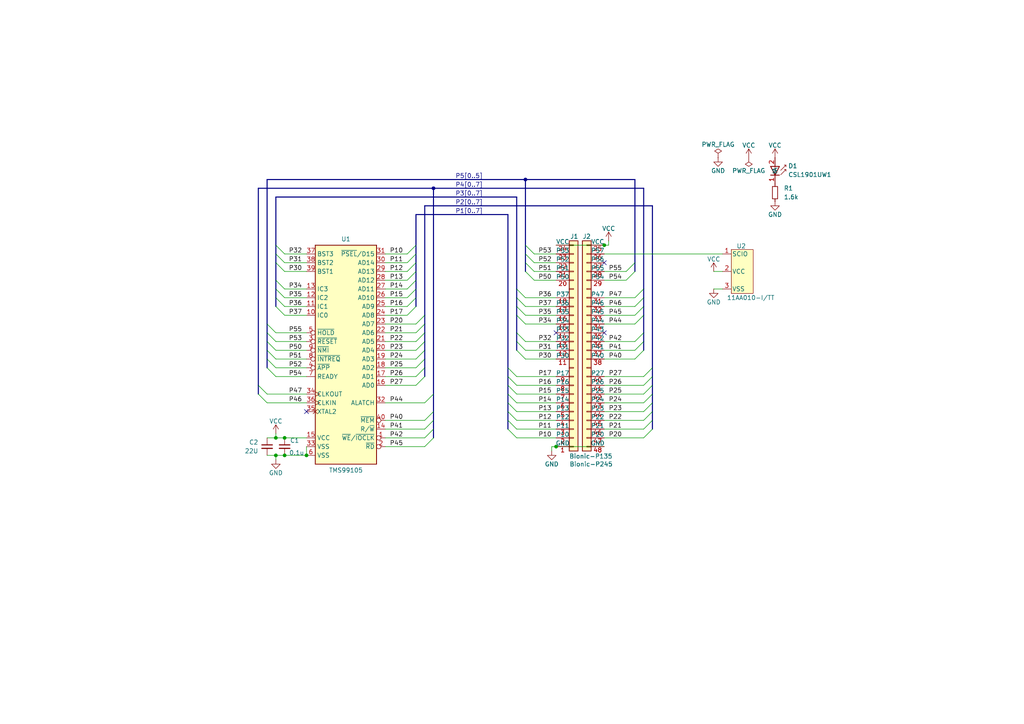
<source format=kicad_sch>
(kicad_sch (version 20231120) (generator "eeschema") (generator_version "8.0")
  (paper "A4")
  (title_block (title "BionicTMS99105") (date "2025-03-02") (rev "3") (company "Tadashi G. Takaoka"))
  (lib_symbols
    (symbol "Device:C_Small" (pin_numbers hide) (pin_names (offset 0.254) hide)
      (property "Reference" "C" (at 0.254 1.778 0))
      (property "Value" "C_Small" (at 0.254 -2.032 0))
      (symbol "C_Small_0_1"
        (polyline (pts (xy -1.524 -0.508) (xy 1.524 -0.508)) (stroke (width 0.3302)))
        (polyline (pts (xy -1.524 0.508) (xy 1.524 0.508)) (stroke (width 0.3048)))
      )
      (symbol "C_Small_1_1"
        (pin passive line (at 0 2.54 270) (length 2.032) (name "~") (number "1"))
        (pin passive line (at 0 -2.54 90) (length 2.032) (name "~") (number "2"))
      )
    )
    (symbol "Device:R_Small" (pin_numbers hide) (pin_names (offset 0.254) hide)
      (property "Reference" "R" (at 0.762 0.508 0))
      (property "Value" "R_Small" (at 0.762 -1.016 0))
      (symbol "R_Small_0_1"
        (rectangle (start -0.762 1.778) (end 0.762 -1.778) (stroke (width 0.2032)))
      )
      (symbol "R_Small_1_1"
        (pin passive line (at 0 2.54 270) (length 0.762) (name "~") (number "1"))
        (pin passive line (at 0 -2.54 90) (length 0.762) (name "~") (number "2"))
      )
    )
    (symbol "bionic:Bionic-P135" (pin_names (offset 0))
      (property "Reference" "J" (at 0 30.48 0))
      (property "Value" "Bionic-P135" (at -1.27 -33.02 0))
      (symbol "Bionic-P135_1_1"
        (rectangle (start 0 -30.353) (end -1.27 -30.607) (stroke (width 0.1524)))
        (rectangle (start 0 -27.813) (end -1.27 -28.067) (stroke (width 0.1524)))
        (rectangle (start 0 -25.273) (end -1.27 -25.527) (stroke (width 0.1524)))
        (rectangle (start 0 -22.733) (end -1.27 -22.987) (stroke (width 0.1524)))
        (rectangle (start 0 -20.193) (end -1.27 -20.447) (stroke (width 0.1524)))
        (rectangle (start 0 -17.653) (end -1.27 -17.907) (stroke (width 0.1524)))
        (rectangle (start 0 -15.113) (end -1.27 -15.367) (stroke (width 0.1524)))
        (rectangle (start 0 -12.573) (end -1.27 -12.827) (stroke (width 0.1524)))
        (rectangle (start 0 -10.033) (end -1.27 -10.287) (stroke (width 0.1524)))
        (rectangle (start 0 -7.493) (end -1.27 -7.747) (stroke (width 0.1524)))
        (rectangle (start 0 -4.953) (end -1.27 -5.207) (stroke (width 0.1524)))
        (rectangle (start 0 -2.413) (end -1.27 -2.667) (stroke (width 0.1524)))
        (rectangle (start 0 0.127) (end -1.27 -0.127) (stroke (width 0.1524)))
        (rectangle (start 0 2.667) (end -1.27 2.413) (stroke (width 0.1524)))
        (rectangle (start 0 5.207) (end -1.27 4.953) (stroke (width 0.1524)))
        (rectangle (start 0 7.747) (end -1.27 7.493) (stroke (width 0.1524)))
        (rectangle (start 0 10.287) (end -1.27 10.033) (stroke (width 0.1524)))
        (rectangle (start 0 12.827) (end -1.27 12.573) (stroke (width 0.1524)))
        (rectangle (start 0 15.367) (end -1.27 15.113) (stroke (width 0.1524)))
        (rectangle (start 0 17.907) (end -1.27 17.653) (stroke (width 0.1524)))
        (rectangle (start 0 20.447) (end -1.27 20.193) (stroke (width 0.1524)))
        (rectangle (start 0 22.987) (end -1.27 22.733) (stroke (width 0.1524)))
        (rectangle (start 0 25.527) (end -1.27 25.273) (stroke (width 0.1524)))
        (rectangle (start 0 28.067) (end -1.27 27.813) (stroke (width 0.1524)))
        (rectangle (start 1.27 29.21) (end -1.27 -31.75) (stroke (width 0.254)) (fill (type background)))
        (pin power_in line (at -5.08 -30.48 0) (length 3.81) (name "GND") (number "1"))
        (pin bidirectional line (at -5.08 -5.08 0) (length 3.81) (name "P30") (number "11"))
        (pin bidirectional line (at -5.08 -2.54 0) (length 3.81) (name "P31") (number "12"))
        (pin bidirectional line (at -5.08 0 0) (length 3.81) (name "P32") (number "13"))
        (pin bidirectional line (at -5.08 2.54 0) (length 3.81) (name "P33") (number "14"))
        (pin bidirectional line (at -5.08 5.08 0) (length 3.81) (name "P34") (number "15"))
        (pin bidirectional line (at -5.08 7.62 0) (length 3.81) (name "P35") (number "16"))
        (pin bidirectional line (at -5.08 10.16 0) (length 3.81) (name "P36") (number "17"))
        (pin bidirectional line (at -5.08 12.7 0) (length 3.81) (name "P37") (number "18"))
        (pin bidirectional line (at -5.08 -27.94 0) (length 3.81) (name "P10") (number "2"))
        (pin bidirectional line (at -5.08 17.78 0) (length 3.81) (name "P50") (number "20"))
        (pin bidirectional line (at -5.08 20.32 0) (length 3.81) (name "P51") (number "21"))
        (pin bidirectional line (at -5.08 22.86 0) (length 3.81) (name "P52") (number "22"))
        (pin bidirectional line (at -5.08 25.4 0) (length 3.81) (name "P53") (number "23"))
        (pin power_in line (at -5.08 27.94 0) (length 3.81) (name "VCC") (number "24"))
        (pin bidirectional line (at -5.08 -25.4 0) (length 3.81) (name "P11") (number "3"))
        (pin bidirectional line (at -5.08 -22.86 0) (length 3.81) (name "P12") (number "4"))
        (pin bidirectional line (at -5.08 -20.32 0) (length 3.81) (name "P13") (number "5"))
        (pin bidirectional line (at -5.08 -17.78 0) (length 3.81) (name "P14") (number "6"))
        (pin bidirectional line (at -5.08 -15.24 0) (length 3.81) (name "P15") (number "7"))
        (pin bidirectional line (at -5.08 -12.7 0) (length 3.81) (name "P16") (number "8"))
        (pin bidirectional line (at -5.08 -10.16 0) (length 3.81) (name "P17") (number "9"))
      )
    )
    (symbol "bionic:Bionic-P245" (pin_names (offset 0))
      (property "Reference" "J" (at -3.81 30.48 0))
      (property "Value" "Bionic-P245" (at -1.27 -33.02 0))
      (symbol "Bionic-P245_1_1"
        (rectangle (start -2.54 -30.607) (end -3.81 -30.353) (stroke (width 0.1524)))
        (rectangle (start -2.54 -28.067) (end -3.81 -27.813) (stroke (width 0.1524)))
        (rectangle (start -2.54 -25.527) (end -3.81 -25.273) (stroke (width 0.1524)))
        (rectangle (start -2.54 -22.987) (end -3.81 -22.733) (stroke (width 0.1524)))
        (rectangle (start -2.54 -20.447) (end -3.81 -20.193) (stroke (width 0.1524)))
        (rectangle (start -2.54 -17.907) (end -3.81 -17.653) (stroke (width 0.1524)))
        (rectangle (start -2.54 -15.367) (end -3.81 -15.113) (stroke (width 0.1524)))
        (rectangle (start -2.54 -12.827) (end -3.81 -12.573) (stroke (width 0.1524)))
        (rectangle (start -2.54 -10.287) (end -3.81 -10.033) (stroke (width 0.1524)))
        (rectangle (start -2.54 -7.747) (end -3.81 -7.493) (stroke (width 0.1524)))
        (rectangle (start -2.54 -5.207) (end -3.81 -4.953) (stroke (width 0.1524)))
        (rectangle (start -2.54 -2.667) (end -3.81 -2.413) (stroke (width 0.1524)))
        (rectangle (start -2.54 -0.127) (end -3.81 0.127) (stroke (width 0.1524)))
        (rectangle (start -2.54 2.413) (end -3.81 2.667) (stroke (width 0.1524)))
        (rectangle (start -2.54 4.953) (end -3.81 5.207) (stroke (width 0.1524)))
        (rectangle (start -2.54 7.493) (end -3.81 7.747) (stroke (width 0.1524)))
        (rectangle (start -2.54 10.033) (end -3.81 10.287) (stroke (width 0.1524)))
        (rectangle (start -2.54 12.573) (end -3.81 12.827) (stroke (width 0.1524)))
        (rectangle (start -2.54 15.113) (end -3.81 15.367) (stroke (width 0.1524)))
        (rectangle (start -2.54 17.653) (end -3.81 17.907) (stroke (width 0.1524)))
        (rectangle (start -2.54 20.193) (end -3.81 20.447) (stroke (width 0.1524)))
        (rectangle (start -2.54 22.733) (end -3.81 22.987) (stroke (width 0.1524)))
        (rectangle (start -2.54 25.273) (end -3.81 25.527) (stroke (width 0.1524)))
        (rectangle (start -2.54 27.813) (end -3.81 28.067) (stroke (width 0.1524)))
        (rectangle (start -2.54 29.21) (end -5.08 -31.75) (stroke (width 0.254)) (fill (type background)))
        (pin power_in line (at 1.27 27.94 180) (length 3.81) (name "VCC") (number "25"))
        (pin bidirectional line (at 1.27 25.4 180) (length 3.81) (name "P57") (number "26"))
        (pin bidirectional line (at 1.27 22.86 180) (length 3.81) (name "P56") (number "27"))
        (pin bidirectional line (at 1.27 20.32 180) (length 3.81) (name "P55") (number "28"))
        (pin bidirectional line (at 1.27 17.78 180) (length 3.81) (name "P54") (number "29"))
        (pin bidirectional line (at 1.27 12.7 180) (length 3.81) (name "P47") (number "31"))
        (pin bidirectional line (at 1.27 10.16 180) (length 3.81) (name "P46") (number "32"))
        (pin bidirectional line (at 1.27 7.62 180) (length 3.81) (name "P45") (number "33"))
        (pin bidirectional line (at 1.27 5.08 180) (length 3.81) (name "P44") (number "34"))
        (pin bidirectional line (at 1.27 2.54 180) (length 3.81) (name "P43") (number "35"))
        (pin bidirectional line (at 1.27 0 180) (length 3.81) (name "P42") (number "36"))
        (pin bidirectional line (at 1.27 -2.54 180) (length 3.81) (name "P41") (number "37"))
        (pin bidirectional line (at 1.27 -5.08 180) (length 3.81) (name "P40") (number "38"))
        (pin bidirectional line (at 1.27 -10.16 180) (length 3.81) (name "P27") (number "40"))
        (pin bidirectional line (at 1.27 -12.7 180) (length 3.81) (name "P26") (number "41"))
        (pin bidirectional line (at 1.27 -15.24 180) (length 3.81) (name "P25") (number "42"))
        (pin bidirectional line (at 1.27 -17.78 180) (length 3.81) (name "P24") (number "43"))
        (pin bidirectional line (at 1.27 -20.32 180) (length 3.81) (name "P23") (number "44"))
        (pin bidirectional line (at 1.27 -22.86 180) (length 3.81) (name "P22") (number "45"))
        (pin bidirectional line (at 1.27 -25.4 180) (length 3.81) (name "P21") (number "46"))
        (pin bidirectional line (at 1.27 -27.94 180) (length 3.81) (name "P20") (number "47"))
        (pin power_in line (at 1.27 -30.48 180) (length 3.81) (name "GND") (number "48"))
      )
    )
    (symbol "cpu:TMS99105"
      (property "Reference" "U" (at -1.27 31.75 0))
      (property "Value" "TMS99105" (at 0 -33.782 0))
      (symbol "TMS99105_0_1"
        (rectangle (start -8.89 -33.02) (end 8.89 30.48) (stroke (width 0.254)) (fill (type background)))
      )
      (symbol "TMS99105_1_1"
        (pin output inverted (at 11.43 -25.4 180) (length 2.54) (name "~{WE}/~{IOCLK}") (number "1"))
        (pin input line (at -11.43 10.16 0) (length 2.54) (name "IC0") (number "10"))
        (pin input line (at -11.43 12.7 0) (length 2.54) (name "IC1") (number "11"))
        (pin input line (at -11.43 15.24 0) (length 2.54) (name "IC2") (number "12"))
        (pin input line (at -11.43 17.78 0) (length 2.54) (name "IC3") (number "13"))
        (pin output line (at 11.43 -22.86 180) (length 2.54) (name "R/~{W}") (number "14"))
        (pin power_in line (at -11.43 -25.4 0) (length 2.54) (name "VCC") (number "15"))
        (pin bidirectional line (at 11.43 -10.16 180) (length 2.54) (name "AD0") (number "16"))
        (pin bidirectional line (at 11.43 -7.62 180) (length 2.54) (name "AD1") (number "17"))
        (pin bidirectional line (at 11.43 -5.08 180) (length 2.54) (name "AD2") (number "18"))
        (pin bidirectional line (at 11.43 -2.54 180) (length 2.54) (name "AD3") (number "19"))
        (pin output inverted (at 11.43 -27.94 180) (length 2.54) (name "~{RD}") (number "2"))
        (pin bidirectional line (at 11.43 0 180) (length 2.54) (name "AD4") (number "20"))
        (pin bidirectional line (at 11.43 2.54 180) (length 2.54) (name "AD5") (number "21"))
        (pin bidirectional line (at 11.43 5.08 180) (length 2.54) (name "AD6") (number "22"))
        (pin bidirectional line (at 11.43 7.62 180) (length 2.54) (name "AD7") (number "23"))
        (pin bidirectional line (at 11.43 10.16 180) (length 2.54) (name "AD8") (number "24"))
        (pin bidirectional line (at 11.43 12.7 180) (length 2.54) (name "AD9") (number "25"))
        (pin bidirectional line (at 11.43 15.24 180) (length 2.54) (name "AD10") (number "26"))
        (pin bidirectional line (at 11.43 17.78 180) (length 2.54) (name "AD11") (number "27"))
        (pin bidirectional line (at 11.43 20.32 180) (length 2.54) (name "AD12") (number "28"))
        (pin bidirectional line (at 11.43 22.86 180) (length 2.54) (name "AD13") (number "29"))
        (pin input inverted (at -11.43 2.54 0) (length 2.54) (name "~{RESET}") (number "3"))
        (pin bidirectional line (at 11.43 25.4 180) (length 2.54) (name "AD14") (number "30"))
        (pin bidirectional line (at 11.43 27.94 180) (length 2.54) (name "~{PSEL}/D15") (number "31"))
        (pin output line (at 11.43 -15.24 180) (length 2.54) (name "ALATCH") (number "32"))
        (pin power_in line (at -11.43 -27.94 0) (length 2.54) (name "VSS") (number "33"))
        (pin output clock (at -11.43 -12.7 0) (length 2.54) (name "CLKOUT") (number "34"))
        (pin passive non_logic (at -11.43 -17.78 0) (length 2.54) (name "XTAL2") (number "35"))
        (pin input clock (at -11.43 -15.24 0) (length 2.54) (name "CLKIN") (number "36"))
        (pin output line (at -11.43 27.94 0) (length 2.54) (name "BST3") (number "37"))
        (pin output line (at -11.43 25.4 0) (length 2.54) (name "BST2") (number "38"))
        (pin output line (at -11.43 22.86 0) (length 2.54) (name "BST1") (number "39"))
        (pin input inverted (at -11.43 -5.08 0) (length 2.54) (name "~{APP}") (number "4"))
        (pin output inverted (at 11.43 -20.32 180) (length 2.54) (name "~{MEM}") (number "40"))
        (pin input inverted (at -11.43 5.08 0) (length 2.54) (name "~{HOLD}") (number "5"))
        (pin power_in line (at -11.43 -30.48 0) (length 2.54) (name "VSS") (number "6"))
        (pin input line (at -11.43 -7.62 0) (length 2.54) (name "READY") (number "7"))
        (pin input inverted (at -11.43 -2.54 0) (length 2.54) (name "~{INTREQ}") (number "8"))
        (pin input inverted (at -11.43 0 0) (length 2.54) (name "~{NMI}") (number "9"))
      )
    )
    (symbol "microchip:11AA010-I_TT" (pin_names (offset 0.254))
      (property "Reference" "U" (at 2.54 1.27 0))
      (property "Value" "11AA010-I/TT" (at 3.81 -13.97 0))
      (symbol "11AA010-I_TT_1_1"
        (rectangle (start 0 0) (end 6.35 -12.7) (fill (type background)))
        (pin bidirectional line (at -2.54 -1.27 0) (length 2.54) (name "SCIO") (number "1"))
        (pin power_in line (at -2.54 -6.35 0) (length 2.54) (name "VCC") (number "2"))
        (pin power_in line (at -2.54 -11.43 0) (length 2.54) (name "VSS") (number "3"))
      )
    )
    (symbol "power:GND" (power) (pin_numbers hide) (pin_names (offset 0) hide)
      (property "Value" "GND" (at 0 -3.81 0))
      (symbol "GND_0_1"
        (polyline (pts (xy 0 0) (xy 0 -1.27) (xy 1.27 -1.27) (xy 0 -2.54) (xy -1.27 -1.27) (xy 0 -1.27)))
      )
      (symbol "GND_1_1"
        (pin power_in line (at 0 0 270) (length 0) (name "~") (number "1"))
      )
    )
    (symbol "power:PWR_FLAG" (power) (pin_numbers hide) (pin_names (offset 0) hide)
      (property "Value" "PWR_FLAG" (at 0 3.81 0))
      (symbol "PWR_FLAG_0_0"
        (pin power_out line (at 0 0 90) (length 0) (name "~") (number "1"))
      )
      (symbol "PWR_FLAG_0_1"
        (polyline (pts (xy 0 0) (xy 0 1.27) (xy -1.016 1.905) (xy 0 2.54) (xy 1.016 1.905) (xy 0 1.27)))
      )
    )
    (symbol "power:VCC" (power) (pin_numbers hide) (pin_names (offset 0) hide)
      (property "Value" "VCC" (at 0 3.556 0))
      (symbol "VCC_0_1"
        (polyline (pts (xy -0.762 1.27) (xy 0 2.54)))
        (polyline (pts (xy 0 0) (xy 0 2.54)))
        (polyline (pts (xy 0 2.54) (xy 0.762 1.27)))
      )
      (symbol "VCC_1_1"
        (pin power_in line (at 0 0 90) (length 0) (name "~") (number "1"))
      )
    )
    (symbol "rhom:CSL1901UW1" (pin_names (offset 0.254))
      (property "Reference" "D" (at 3.81 -2.54 0))
      (property "Value" "CSL1901UW1" (at 3.81 -5.08 0))
      (symbol "CSL1901UW1_0_1"
        (polyline (pts (xy 2.159 3.175) (xy 2.667 3.175)))
        (polyline (pts (xy 2.54 0) (xy 5.08 0)))
        (polyline (pts (xy 5.08 1.27) (xy 5.08 -1.27)) (stroke (width 0.254)))
        (polyline (pts (xy 3.683 1.651) (xy 2.159 3.175) (xy 2.159 2.667)))
        (polyline (pts (xy 2.54 -1.27) (xy 5.08 0) (xy 2.54 1.27) (xy 2.54 -1.27)) (stroke (width 0.254)))
        (polyline (pts (xy 4.953 1.651) (xy 3.429 3.175) (xy 3.429 2.667) (xy 3.429 3.175) (xy 3.937 3.175)))
      )
      (symbol "CSL1901UW1_1_1"
        (pin passive line (at 7.62 0 180) (length 2.54) (name "K") (number "1"))
        (pin passive line (at 0 0 0) (length 2.54) (name "A") (number "2"))
      )
      (symbol "CSL1901UW1_1_2"
        (polyline (pts (xy -5.08 7.62) (xy -4.445 8.255)) (stroke (width 0.2032)))
        (polyline (pts (xy -5.08 8.255) (xy -5.08 7.62)) (stroke (width 0.2032)))
        (polyline (pts (xy -4.445 6.35) (xy -3.81 6.985)) (stroke (width 0.2032)))
        (polyline (pts (xy -4.445 8.255) (xy -5.08 8.255)) (stroke (width 0.2032)))
        (polyline (pts (xy -4.445 9.525) (xy -3.81 10.16)) (stroke (width 0.2032)))
        (polyline (pts (xy -4.445 10.16) (xy -4.445 9.525)) (stroke (width 0.2032)))
        (polyline (pts (xy -3.81 6.985) (xy -5.08 8.255)) (stroke (width 0.2032)))
        (polyline (pts (xy -3.81 8.255) (xy -3.175 8.89)) (stroke (width 0.2032)))
        (polyline (pts (xy -3.81 10.16) (xy -4.445 10.16)) (stroke (width 0.2032)))
        (polyline (pts (xy -3.175 5.08) (xy -4.445 6.35)) (stroke (width 0.2032)))
        (polyline (pts (xy -3.175 8.89) (xy -4.445 10.16)) (stroke (width 0.2032)))
        (polyline (pts (xy -2.54 6.985) (xy -3.81 8.255)) (stroke (width 0.2032)))
        (polyline (pts (xy -1.905 3.81) (xy 1.905 3.81)) (stroke (width 0.2032)))
        (polyline (pts (xy 0 2.54) (xy 0 3.4798)) (stroke (width 0.2032)))
        (polyline (pts (xy 0 3.175) (xy 0 3.81)) (stroke (width 0.2032)))
        (polyline (pts (xy 0 6.35) (xy -1.905 3.81)) (stroke (width 0.2032)))
        (polyline (pts (xy 0 6.35) (xy 0 7.62)) (stroke (width 0.2032)))
        (polyline (pts (xy 1.905 3.81) (xy 0 6.35)) (stroke (width 0.2032)))
        (polyline (pts (xy 1.905 6.35) (xy -1.905 6.35)) (stroke (width 0.2032)))
        (pin unspecified line (at 0 10.16 270) (length 2.54) (name "") (number "1"))
        (pin unspecified line (at 0 0 90) (length 2.54) (name "") (number "2"))
      )
    )
  )
  (junction (at 80.01 132.08))
  (junction (at 82.55 127))
  (junction (at 80.01 127))
  (junction (at 82.55 132.08))
  (junction (at 88.9 132.08))
  (junction (at 175.26 71.12))
  (junction (at 161.29 129.54))
  (junction (at 152.4 52.07))
  (junction (at 125.73 54.61))
  (no_connect (at 175.26 96.52))
  (no_connect (at 175.26 76.2))
  (no_connect (at 88.9 119.38))
  (no_connect (at 161.29 96.52))
  (bus_entry (at 147.32 119.38) (size 2.54 2.54))
  (bus_entry (at 80.01 71.12) (size 2.54 2.54))
  (bus_entry (at 77.47 96.52) (size 2.54 2.54))
  (bus_entry (at 147.32 116.84) (size 2.54 2.54))
  (bus_entry (at 123.19 96.52) (size -2.54 2.54))
  (bus_entry (at 80.01 81.28) (size 2.54 2.54))
  (bus_entry (at 186.69 96.52) (size -2.54 2.54))
  (bus_entry (at 152.4 76.2) (size 2.54 2.54))
  (bus_entry (at 125.73 124.46) (size -2.54 2.54))
  (bus_entry (at 189.23 109.22) (size -2.54 2.54))
  (bus_entry (at 77.47 101.6) (size 2.54 2.54))
  (bus_entry (at 152.4 73.66) (size 2.54 2.54))
  (bus_entry (at 189.23 106.68) (size -2.54 2.54))
  (bus_entry (at 123.19 104.14) (size -2.54 2.54))
  (bus_entry (at 125.73 121.92) (size -2.54 2.54))
  (bus_entry (at 189.23 114.3) (size -2.54 2.54))
  (bus_entry (at 147.32 124.46) (size 2.54 2.54))
  (bus_entry (at 149.86 83.82) (size 2.54 2.54))
  (bus_entry (at 80.01 76.2) (size 2.54 2.54))
  (bus_entry (at 74.93 111.76) (size 2.54 2.54))
  (bus_entry (at 120.65 73.66) (size -2.54 2.54))
  (bus_entry (at 123.19 99.06) (size -2.54 2.54))
  (bus_entry (at 186.69 86.36) (size -2.54 2.54))
  (bus_entry (at 123.19 109.22) (size -2.54 2.54))
  (bus_entry (at 186.69 88.9) (size -2.54 2.54))
  (bus_entry (at 77.47 106.68) (size 2.54 2.54))
  (bus_entry (at 189.23 124.46) (size -2.54 2.54))
  (bus_entry (at 184.15 78.74) (size -2.54 2.54))
  (bus_entry (at 189.23 116.84) (size -2.54 2.54))
  (bus_entry (at 147.32 121.92) (size 2.54 2.54))
  (bus_entry (at 147.32 109.22) (size 2.54 2.54))
  (bus_entry (at 147.32 114.3) (size 2.54 2.54))
  (bus_entry (at 189.23 111.76) (size -2.54 2.54))
  (bus_entry (at 123.19 93.98) (size -2.54 2.54))
  (bus_entry (at 152.4 71.12) (size 2.54 2.54))
  (bus_entry (at 120.65 78.74) (size -2.54 2.54))
  (bus_entry (at 147.32 106.68) (size 2.54 2.54))
  (bus_entry (at 123.19 106.68) (size -2.54 2.54))
  (bus_entry (at 189.23 121.92) (size -2.54 2.54))
  (bus_entry (at 80.01 86.36) (size 2.54 2.54))
  (bus_entry (at 120.65 76.2) (size -2.54 2.54))
  (bus_entry (at 125.73 127) (size -2.54 2.54))
  (bus_entry (at 77.47 99.06) (size 2.54 2.54))
  (bus_entry (at 120.65 86.36) (size -2.54 2.54))
  (bus_entry (at 123.19 91.44) (size -2.54 2.54))
  (bus_entry (at 125.73 114.3) (size -2.54 2.54))
  (bus_entry (at 80.01 83.82) (size 2.54 2.54))
  (bus_entry (at 120.65 81.28) (size -2.54 2.54))
  (bus_entry (at 125.73 119.38) (size -2.54 2.54))
  (bus_entry (at 152.4 78.74) (size 2.54 2.54))
  (bus_entry (at 120.65 83.82) (size -2.54 2.54))
  (bus_entry (at 186.69 91.44) (size -2.54 2.54))
  (bus_entry (at 186.69 83.82) (size -2.54 2.54))
  (bus_entry (at 120.65 71.12) (size -2.54 2.54))
  (bus_entry (at 149.86 101.6) (size 2.54 2.54))
  (bus_entry (at 77.47 93.98) (size 2.54 2.54))
  (bus_entry (at 147.32 111.76) (size 2.54 2.54))
  (bus_entry (at 120.65 88.9) (size -2.54 2.54))
  (bus_entry (at 149.86 88.9) (size 2.54 2.54))
  (bus_entry (at 77.47 104.14) (size 2.54 2.54))
  (bus_entry (at 123.19 101.6) (size -2.54 2.54))
  (bus_entry (at 80.01 73.66) (size 2.54 2.54))
  (bus_entry (at 149.86 86.36) (size 2.54 2.54))
  (bus_entry (at 186.69 101.6) (size -2.54 2.54))
  (bus_entry (at 149.86 96.52) (size 2.54 2.54))
  (bus_entry (at 149.86 99.06) (size 2.54 2.54))
  (bus_entry (at 80.01 88.9) (size 2.54 2.54))
  (bus_entry (at 74.93 114.3) (size 2.54 2.54))
  (bus_entry (at 186.69 99.06) (size -2.54 2.54))
  (bus_entry (at 184.15 76.2) (size -2.54 2.54))
  (bus_entry (at 149.86 91.44) (size 2.54 2.54))
  (bus_entry (at 189.23 119.38) (size -2.54 2.54))
  (bus (pts (xy 147.32 109.22) (xy 147.32 106.68)))
  (wire (pts (xy 149.86 114.3) (xy 161.29 114.3)))
  (wire (pts (xy 175.26 104.14) (xy 184.15 104.14)))
  (wire (pts (xy 111.76 104.14) (xy 120.65 104.14)))
  (wire (pts (xy 111.76 124.46) (xy 123.19 124.46)))
  (wire (pts (xy 111.76 106.68) (xy 120.65 106.68)))
  (wire (pts (xy 80.01 127) (xy 82.55 127)))
  (bus (pts (xy 123.19 93.98) (xy 123.19 96.52)))
  (wire (pts (xy 82.55 78.74) (xy 88.9 78.74)))
  (wire (pts (xy 82.55 132.08) (xy 88.9 132.08)))
  (bus (pts (xy 80.01 76.2) (xy 80.01 81.28)))
  (wire (pts (xy 207.01 83.82) (xy 209.55 83.82)))
  (bus (pts (xy 189.23 114.3) (xy 189.23 116.84)))
  (wire (pts (xy 111.76 76.2) (xy 118.11 76.2)))
  (bus (pts (xy 149.86 101.6) (xy 149.86 99.06)))
  (wire (pts (xy 111.76 116.84) (xy 123.19 116.84)))
  (bus (pts (xy 120.65 62.23) (xy 120.65 71.12)))
  (wire (pts (xy 152.4 99.06) (xy 161.29 99.06)))
  (wire (pts (xy 175.26 114.3) (xy 186.69 114.3)))
  (bus (pts (xy 125.73 121.92) (xy 125.73 119.38)))
  (wire (pts (xy 152.4 91.44) (xy 161.29 91.44)))
  (bus (pts (xy 123.19 96.52) (xy 123.19 99.06)))
  (wire (pts (xy 149.86 116.84) (xy 161.29 116.84)))
  (bus (pts (xy 149.86 88.9) (xy 149.86 86.36)))
  (bus (pts (xy 123.19 59.69) (xy 189.23 59.69)))
  (wire (pts (xy 111.76 83.82) (xy 118.11 83.82)))
  (wire (pts (xy 82.55 76.2) (xy 88.9 76.2)))
  (wire (pts (xy 80.01 104.14) (xy 88.9 104.14)))
  (wire (pts (xy 152.4 101.6) (xy 161.29 101.6)))
  (bus (pts (xy 120.65 86.36) (xy 120.65 83.82)))
  (bus (pts (xy 147.32 119.38) (xy 147.32 116.84)))
  (wire (pts (xy 175.26 93.98) (xy 184.15 93.98)))
  (wire (pts (xy 175.26 111.76) (xy 186.69 111.76)))
  (wire (pts (xy 111.76 127) (xy 123.19 127)))
  (wire (pts (xy 175.26 78.74) (xy 181.61 78.74)))
  (bus (pts (xy 125.73 124.46) (xy 125.73 121.92)))
  (bus (pts (xy 184.15 78.74) (xy 184.15 76.2)))
  (wire (pts (xy 152.4 93.98) (xy 161.29 93.98)))
  (wire (pts (xy 77.47 132.08) (xy 80.01 132.08)))
  (wire (pts (xy 80.01 96.52) (xy 88.9 96.52)))
  (wire (pts (xy 111.76 121.92) (xy 123.19 121.92)))
  (wire (pts (xy 77.47 127) (xy 80.01 127)))
  (wire (pts (xy 161.29 88.9) (xy 152.4 88.9)))
  (bus (pts (xy 77.47 96.52) (xy 77.47 93.98)))
  (wire (pts (xy 175.26 127) (xy 186.69 127)))
  (wire (pts (xy 149.86 124.46) (xy 161.29 124.46)))
  (bus (pts (xy 189.23 116.84) (xy 189.23 119.38)))
  (wire (pts (xy 154.94 78.74) (xy 161.29 78.74)))
  (bus (pts (xy 74.93 114.3) (xy 74.93 111.76)))
  (bus (pts (xy 149.86 86.36) (xy 149.86 83.82)))
  (wire (pts (xy 111.76 93.98) (xy 120.65 93.98)))
  (wire (pts (xy 80.01 101.6) (xy 88.9 101.6)))
  (wire (pts (xy 175.26 88.9) (xy 184.15 88.9)))
  (wire (pts (xy 175.26 86.36) (xy 184.15 86.36)))
  (wire (pts (xy 88.9 129.54) (xy 88.9 132.08)))
  (wire (pts (xy 111.76 88.9) (xy 118.11 88.9)))
  (bus (pts (xy 189.23 121.92) (xy 189.23 124.46)))
  (bus (pts (xy 77.47 101.6) (xy 77.47 99.06)))
  (wire (pts (xy 175.26 71.12) (xy 176.53 71.12)))
  (bus (pts (xy 120.65 73.66) (xy 120.65 71.12)))
  (bus (pts (xy 147.32 114.3) (xy 147.32 111.76)))
  (bus (pts (xy 189.23 111.76) (xy 189.23 114.3)))
  (bus (pts (xy 147.32 62.23) (xy 120.65 62.23)))
  (wire (pts (xy 175.26 124.46) (xy 186.69 124.46)))
  (wire (pts (xy 111.76 96.52) (xy 120.65 96.52)))
  (wire (pts (xy 149.86 119.38) (xy 161.29 119.38)))
  (wire (pts (xy 175.26 99.06) (xy 184.15 99.06)))
  (bus (pts (xy 149.86 83.82) (xy 149.86 57.15)))
  (wire (pts (xy 111.76 109.22) (xy 120.65 109.22)))
  (bus (pts (xy 74.93 54.61) (xy 125.73 54.61)))
  (bus (pts (xy 120.65 81.28) (xy 120.65 78.74)))
  (bus (pts (xy 125.73 127) (xy 125.73 124.46)))
  (wire (pts (xy 176.53 69.85) (xy 176.53 71.12)))
  (wire (pts (xy 207.01 78.74) (xy 209.55 78.74)))
  (bus (pts (xy 77.47 52.07) (xy 77.47 93.98)))
  (wire (pts (xy 175.26 81.28) (xy 181.61 81.28)))
  (bus (pts (xy 120.65 83.82) (xy 120.65 81.28)))
  (wire (pts (xy 111.76 73.66) (xy 118.11 73.66)))
  (wire (pts (xy 80.01 99.06) (xy 88.9 99.06)))
  (bus (pts (xy 189.23 106.68) (xy 189.23 109.22)))
  (bus (pts (xy 189.23 109.22) (xy 189.23 111.76)))
  (bus (pts (xy 125.73 54.61) (xy 125.73 114.3)))
  (wire (pts (xy 80.01 106.68) (xy 88.9 106.68)))
  (wire (pts (xy 149.86 109.22) (xy 161.29 109.22)))
  (bus (pts (xy 189.23 119.38) (xy 189.23 121.92)))
  (wire (pts (xy 111.76 111.76) (xy 120.65 111.76)))
  (bus (pts (xy 147.32 106.68) (xy 147.32 62.23)))
  (wire (pts (xy 111.76 101.6) (xy 120.65 101.6)))
  (wire (pts (xy 154.94 76.2) (xy 161.29 76.2)))
  (bus (pts (xy 80.01 73.66) (xy 80.01 76.2)))
  (bus (pts (xy 125.73 119.38) (xy 125.73 114.3)))
  (wire (pts (xy 161.29 71.12) (xy 175.26 71.12)))
  (bus (pts (xy 186.69 99.06) (xy 186.69 101.6)))
  (wire (pts (xy 82.55 127) (xy 88.9 127)))
  (wire (pts (xy 82.55 86.36) (xy 88.9 86.36)))
  (wire (pts (xy 77.47 114.3) (xy 88.9 114.3)))
  (bus (pts (xy 77.47 106.68) (xy 77.47 104.14)))
  (wire (pts (xy 82.55 83.82) (xy 88.9 83.82)))
  (bus (pts (xy 123.19 101.6) (xy 123.19 104.14)))
  (wire (pts (xy 149.86 127) (xy 161.29 127)))
  (bus (pts (xy 184.15 76.2) (xy 184.15 52.07)))
  (bus (pts (xy 80.01 86.36) (xy 80.01 88.9)))
  (bus (pts (xy 123.19 106.68) (xy 123.19 109.22)))
  (bus (pts (xy 184.15 52.07) (xy 152.4 52.07)))
  (wire (pts (xy 175.26 91.44) (xy 184.15 91.44)))
  (wire (pts (xy 80.01 125.73) (xy 80.01 127)))
  (bus (pts (xy 147.32 116.84) (xy 147.32 114.3)))
  (wire (pts (xy 160.02 129.54) (xy 160.02 130.81)))
  (wire (pts (xy 175.26 116.84) (xy 186.69 116.84)))
  (wire (pts (xy 111.76 91.44) (xy 118.11 91.44)))
  (wire (pts (xy 154.94 81.28) (xy 161.29 81.28)))
  (bus (pts (xy 123.19 99.06) (xy 123.19 101.6)))
  (bus (pts (xy 152.4 73.66) (xy 152.4 76.2)))
  (bus (pts (xy 186.69 96.52) (xy 186.69 99.06)))
  (wire (pts (xy 111.76 99.06) (xy 120.65 99.06)))
  (wire (pts (xy 111.76 86.36) (xy 118.11 86.36)))
  (bus (pts (xy 120.65 76.2) (xy 120.65 73.66)))
  (bus (pts (xy 147.32 124.46) (xy 147.32 121.92)))
  (wire (pts (xy 175.26 121.92) (xy 186.69 121.92)))
  (bus (pts (xy 149.86 91.44) (xy 149.86 96.52)))
  (bus (pts (xy 186.69 91.44) (xy 186.69 96.52)))
  (wire (pts (xy 80.01 132.08) (xy 82.55 132.08)))
  (bus (pts (xy 77.47 99.06) (xy 77.47 96.52)))
  (bus (pts (xy 149.86 91.44) (xy 149.86 88.9)))
  (bus (pts (xy 120.65 88.9) (xy 120.65 86.36)))
  (bus (pts (xy 74.93 111.76) (xy 74.93 54.61)))
  (wire (pts (xy 77.47 116.84) (xy 88.9 116.84)))
  (wire (pts (xy 160.02 129.54) (xy 161.29 129.54)))
  (wire (pts (xy 111.76 81.28) (xy 118.11 81.28)))
  (bus (pts (xy 80.01 57.15) (xy 80.01 71.12)))
  (bus (pts (xy 123.19 91.44) (xy 123.19 93.98)))
  (wire (pts (xy 161.29 129.54) (xy 175.26 129.54)))
  (bus (pts (xy 186.69 86.36) (xy 186.69 88.9)))
  (wire (pts (xy 82.55 73.66) (xy 88.9 73.66)))
  (wire (pts (xy 149.86 111.76) (xy 161.29 111.76)))
  (wire (pts (xy 80.01 109.22) (xy 88.9 109.22)))
  (bus (pts (xy 189.23 59.69) (xy 189.23 106.68)))
  (bus (pts (xy 186.69 54.61) (xy 186.69 83.82)))
  (bus (pts (xy 123.19 59.69) (xy 123.19 91.44)))
  (wire (pts (xy 111.76 129.54) (xy 123.19 129.54)))
  (bus (pts (xy 186.69 88.9) (xy 186.69 91.44)))
  (bus (pts (xy 149.86 99.06) (xy 149.86 96.52)))
  (bus (pts (xy 77.47 104.14) (xy 77.47 101.6)))
  (bus (pts (xy 80.01 81.28) (xy 80.01 83.82)))
  (wire (pts (xy 82.55 88.9) (xy 88.9 88.9)))
  (wire (pts (xy 175.26 73.66) (xy 209.55 73.66)))
  (bus (pts (xy 80.01 57.15) (xy 149.86 57.15)))
  (bus (pts (xy 80.01 83.82) (xy 80.01 86.36)))
  (bus (pts (xy 152.4 76.2) (xy 152.4 78.74)))
  (wire (pts (xy 154.94 73.66) (xy 161.29 73.66)))
  (wire (pts (xy 149.86 121.92) (xy 161.29 121.92)))
  (wire (pts (xy 82.55 91.44) (xy 88.9 91.44)))
  (bus (pts (xy 152.4 71.12) (xy 152.4 73.66)))
  (bus (pts (xy 125.73 54.61) (xy 186.69 54.61)))
  (bus (pts (xy 186.69 83.82) (xy 186.69 86.36)))
  (wire (pts (xy 111.76 78.74) (xy 118.11 78.74)))
  (wire (pts (xy 175.26 109.22) (xy 186.69 109.22)))
  (wire (pts (xy 161.29 86.36) (xy 152.4 86.36)))
  (bus (pts (xy 80.01 71.12) (xy 80.01 73.66)))
  (wire (pts (xy 152.4 104.14) (xy 161.29 104.14)))
  (bus (pts (xy 77.47 52.07) (xy 152.4 52.07)))
  (bus (pts (xy 123.19 104.14) (xy 123.19 106.68)))
  (bus (pts (xy 120.65 78.74) (xy 120.65 76.2)))
  (bus (pts (xy 152.4 52.07) (xy 152.4 71.12)))
  (wire (pts (xy 80.01 132.08) (xy 80.01 133.35)))
  (bus (pts (xy 147.32 121.92) (xy 147.32 119.38)))
  (wire (pts (xy 175.26 101.6) (xy 184.15 101.6)))
  (wire (pts (xy 175.26 119.38) (xy 186.69 119.38)))
  (bus (pts (xy 147.32 111.76) (xy 147.32 109.22)))
  (label "P51" (at 160.02 78.74 180))
  (label "P15" (at 160.02 114.3 180))
  (label "P35" (at 160.02 91.44 180))
  (label "P10" (at 113.03 73.66 0))
  (label "P15" (at 113.03 86.36 0))
  (label "P20" (at 176.53 127 0))
  (label "P54" (at 176.53 81.28 0))
  (label "P35" (at 87.63 86.36 180))
  (label "P50" (at 160.02 81.28 180))
  (label "P53" (at 160.02 73.66 180))
  (label "P53" (at 87.63 99.06 180))
  (label "P47" (at 176.53 86.36 0))
  (label "P52" (at 87.63 106.68 180))
  (label "P16" (at 160.02 111.76 180))
  (label "P14" (at 113.03 83.82 0))
  (label "P55" (at 176.53 78.74 0))
  (label "P44" (at 176.53 93.98 0))
  (label "P4[0..7]" (at 132.08 54.61 0))
  (label "P37" (at 160.02 88.9 180))
  (label "P36" (at 87.63 88.9 180))
  (label "P46" (at 176.53 88.9 0))
  (label "P13" (at 160.02 119.38 180))
  (label "P26" (at 176.53 111.76 0))
  (label "P51" (at 87.63 104.14 180))
  (label "P27" (at 113.03 111.76 0))
  (label "P40" (at 113.03 121.92 0))
  (label "P30" (at 87.63 78.74 180))
  (label "P30" (at 160.02 104.14 180))
  (label "P13" (at 113.03 81.28 0))
  (label "P37" (at 87.63 91.44 180))
  (label "P41" (at 113.03 124.46 0))
  (label "P25" (at 113.03 106.68 0))
  (label "P41" (at 176.53 101.6 0))
  (label "P27" (at 176.53 109.22 0))
  (label "P26" (at 113.03 109.22 0))
  (label "P40" (at 176.53 104.14 0))
  (label "P45" (at 113.03 129.54 0))
  (label "P52" (at 160.02 76.2 180))
  (label "P11" (at 113.03 76.2 0))
  (label "P14" (at 160.02 116.84 180))
  (label "P12" (at 113.03 78.74 0))
  (label "P22" (at 113.03 99.06 0))
  (label "P34" (at 160.02 93.98 180))
  (label "P47" (at 87.63 114.3 180))
  (label "P24" (at 176.53 116.84 0))
  (label "P17" (at 113.03 91.44 0))
  (label "P2[0..7]" (at 132.08 59.69 0))
  (label "P17" (at 160.02 109.22 180))
  (label "P10" (at 160.02 127 180))
  (label "P22" (at 176.53 121.92 0))
  (label "P3[0..7]" (at 132.08 57.15 0))
  (label "P16" (at 113.03 88.9 0))
  (label "P21" (at 113.03 96.52 0))
  (label "P11" (at 160.02 124.46 180))
  (label "P36" (at 160.02 86.36 180))
  (label "P55" (at 87.63 96.52 180))
  (label "P20" (at 113.03 93.98 0))
  (label "P32" (at 87.63 73.66 180))
  (label "P31" (at 87.63 76.2 180))
  (label "P23" (at 113.03 101.6 0))
  (label "P46" (at 87.63 116.84 180))
  (label "P34" (at 87.63 83.82 180))
  (label "P32" (at 160.02 99.06 180))
  (label "P45" (at 176.53 91.44 0))
  (label "P44" (at 113.03 116.84 0))
  (label "P12" (at 160.02 121.92 180))
  (label "P54" (at 87.63 109.22 180))
  (label "P5[0..5]" (at 132.08 52.07 0))
  (label "P42" (at 113.03 127 0))
  (label "P31" (at 160.02 101.6 180))
  (label "P24" (at 113.03 104.14 0))
  (label "P42" (at 176.53 99.06 0))
  (label "P21" (at 176.53 124.46 0))
  (label "P25" (at 176.53 114.3 0))
  (label "P23" (at 176.53 119.38 0))
  (label "P50" (at 87.63 101.6 180))
  (label "P1[0..7]" (at 132.08 62.23 0))
  (symbol (lib_id "power:GND") (at 208.28 45.72 0) (unit 1)
    (property "Reference" "#PWR03" (effects (hide yes)))
    (property "Value" "GND" (at 208.28 49.53 0))
    (property "Description" "Power symbol creates a global label with name \"GND\" , ground" (effects (hide yes)))
  )
  (symbol (lib_id "bionic:Bionic-P245") (at 173.99 99.06 0) (unit 1)
    (property "Reference" "J2" (at 170.18 68.58 0))
    (property "Value" "Bionic-P245" (at 171.45 134.62 0))
    (property "Footprint" "bionic:Bionic-P245_THT" (effects (hide yes)))
    (property "Description" "Generic connector, single row, 01x24, script generated (kicad-library-utils/schlib/autogen/connector/)" (effects (hide yes)))
  )
  (symbol (lib_id "power:VCC") (at 217.17 45.72 0) (unit 1)
    (property "Reference" "#PWR01" (effects (hide yes)))
    (property "Value" "VCC" (at 217.17 42.164 0))
    (property "Description" "Power symbol creates a global label with name \"VCC\"" (effects (hide yes)))
  )
  (symbol (lib_id "power:GND") (at 80.01 133.35 0) (unit 1)
    (property "Reference" "#PWR010" (effects (hide yes)))
    (property "Value" "GND" (at 80.01 137.16 0))
    (property "Description" "Power symbol creates a global label with name \"GND\" , ground" (effects (hide yes)))
  )
  (symbol (lib_id "Device:C_Small") (at 82.55 129.54 0) (mirror y) (unit 1)
    (property "Reference" "C1" (at 84.1025 127.762 0) (effects (justify right)))
    (property "Value" "0.1u" (at 83.8485 131.318 0) (effects (justify right)))
    (property "Footprint" "Capacitor_SMD:C_0603_1608Metric_Pad1.08x0.95mm_HandSolder" (effects (hide yes)))
    (property "Description" "Unpolarized capacitor, small symbol" (effects (hide yes)))
  )
  (symbol (lib_id "power:VCC") (at 207.01 78.74 0) (unit 1)
    (property "Reference" "#PWR04" (effects (hide yes)))
    (property "Value" "VCC" (at 207.01 75.184 0))
    (property "Description" "Power symbol creates a global label with name \"VCC\"" (effects (hide yes)))
  )
  (symbol (lib_id "power:GND") (at 207.01 83.82 0) (unit 1)
    (property "Reference" "#PWR08" (effects (hide yes)))
    (property "Value" "GND" (at 207.01 87.63 0))
    (property "Description" "Power symbol creates a global label with name \"GND\" , ground" (effects (hide yes)))
  )
  (symbol (lib_id "Device:C_Small") (at 77.47 129.54 0) (unit 1)
    (property "Reference" "C2" (at 74.93 128.2762 0) (effects (justify right)))
    (property "Value" "22U" (at 74.93 130.8162 0) (effects (justify right)))
    (property "Footprint" "Capacitor_SMD:C_0603_1608Metric_Pad1.08x0.95mm_HandSolder" (effects (hide yes)))
    (property "Description" "Unpolarized capacitor, small symbol" (effects (hide yes)))
  )
  (symbol (lib_id "power:GND") (at 224.79 58.42 0) (unit 1)
    (property "Reference" "#PWR07" (effects (hide yes)))
    (property "Value" "GND" (at 224.79 62.23 0))
    (property "Description" "Power symbol creates a global label with name \"GND\" , ground" (effects (hide yes)))
  )
  (symbol (lib_id "power:GND") (at 160.02 130.81 0) (unit 1)
    (property "Reference" "#PWR09" (effects (hide yes)))
    (property "Value" "GND" (at 160.02 134.62 0))
    (property "Description" "Power symbol creates a global label with name \"GND\" , ground" (effects (hide yes)))
  )
  (symbol (lib_id "Device:R_Small") (at 224.79 55.88 0) (unit 1)
    (property "Reference" "R1" (at 227.33 54.6099 0) (effects (justify left)))
    (property "Value" "1.6k" (at 227.33 57.1499 0) (effects (justify left)))
    (property "Footprint" "Resistor_SMD:R_0603_1608Metric_Pad0.98x0.95mm_HandSolder" (effects (hide yes)))
    (property "Description" "Resistor, small symbol" (effects (hide yes)))
  )
  (symbol (lib_id "power:PWR_FLAG") (at 208.28 45.72 0) (unit 1)
    (property "Reference" "#FLG01" (effects (hide yes)))
    (property "Value" "PWR_FLAG" (at 208.28 41.91 0))
    (property "Description" "Special symbol for telling ERC where power comes from" (effects (hide yes)))
  )
  (symbol (lib_id "power:VCC") (at 176.53 69.85 0) (unit 1)
    (property "Reference" "#PWR05" (effects (hide yes)))
    (property "Value" "VCC" (at 176.53 66.294 0))
    (property "Description" "Power symbol creates a global label with name \"VCC\"" (effects (hide yes)))
  )
  (symbol (lib_id "power:VCC") (at 224.79 45.72 0) (unit 1)
    (property "Reference" "#PWR02" (effects (hide yes)))
    (property "Value" "VCC" (at 224.79 42.164 0))
    (property "Description" "Power symbol creates a global label with name \"VCC\"" (effects (hide yes)))
  )
  (symbol (lib_id "microchip:11AA010-I_TT") (at 212.09 72.39 0) (unit 1)
    (property "Reference" "U2" (at 213.614 71.374 0) (effects (justify left)))
    (property "Value" "11AA010-I/TT" (at 210.82 86.36 0) (effects (justify left)))
    (property "Footprint" "microchip:SOT-23_MC_MCH-M" (effects (hide yes)))
    (property "Datasheet" "11AA010-I/TO" (effects (hide yes)))
    (property "Description" "UNI/O Serial EEPROM (1Kbit)" (effects (hide yes)))
  )
  (symbol (lib_id "power:VCC") (at 80.01 125.73 0) (unit 1)
    (property "Reference" "#PWR06" (effects (hide yes)))
    (property "Value" "VCC" (at 80.01 122.174 0))
    (property "Description" "Power symbol creates a global label with name \"VCC\"" (effects (hide yes)))
  )
  (symbol (lib_id "bionic:Bionic-P135") (at 166.37 99.06 0) (unit 1)
    (property "Reference" "J1" (at 165.354 68.58 0) (effects (justify left)))
    (property "Value" "Bionic-P135" (at 165.1 132.334 0) (effects (justify left)))
    (property "Footprint" "bionic:Bionic-P135_THT" (effects (hide yes)))
    (property "Description" "Generic connector, single row, 01x24, script generated (kicad-library-utils/schlib/autogen/connector/)" (effects (hide yes)))
  )
  (symbol (lib_id "cpu:TMS99105") (at 100.33 101.6 0) (unit 1)
    (property "Reference" "U1" (at 100.33 69.342 0))
    (property "Value" "TMS99105" (at 100.33 136.398 0))
    (property "Footprint" "bionic:DIP-40_W15.24mm_Socket" (effects (hide yes)))
    (property "Datasheet" "http://www.bitsavers.org/components/ti/TMS9900/TMS99105A_and_TMS99110A_16-Bit_Microprocessors_Preliminary_Data_Manual_Nov82.pdf" (effects (hide yes)))
    (property "Description" "16-bit General Purpose Microprocessor, DIP-40" (effects (hide yes)))
  )
  (symbol (lib_id "power:PWR_FLAG") (at 217.17 45.72 180) (unit 1)
    (property "Reference" "#FLG02" (effects (hide yes)))
    (property "Value" "PWR_FLAG" (at 217.17 49.53 0))
    (property "Description" "Special symbol for telling ERC where power comes from" (effects (hide yes)))
  )
  (symbol (lib_id "rhom:CSL1901UW1") (at 224.79 45.72 270) (unit 1)
    (property "Reference" "D1" (at 228.6 48.1329 90) (effects (justify left)))
    (property "Value" "CSL1901UW1" (at 228.6 50.6729 90) (effects (justify left)))
    (property "Footprint" "rhom:LED_CSL1901UW1_ROM-M" (effects (hide yes)))
    (property "Datasheet" "https://fscdn.rohm.com/en/products/databook/datasheet/opto/led/chip_mono/csl1901uw1-e.pdf" (effects (hide yes)))
    (property "Description" "Red LED (Low Current Emission, SMD)" (effects (hide yes)))
  )
)
</source>
